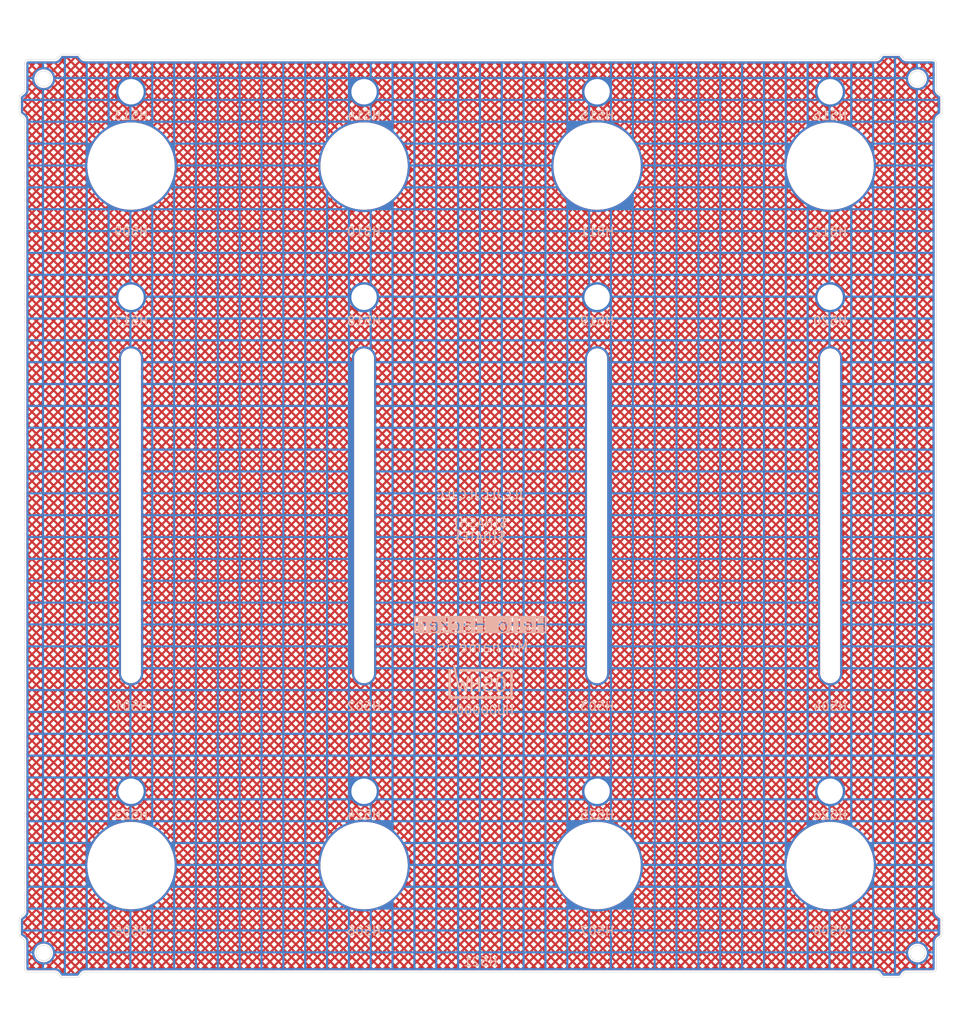
<source format=kicad_pcb>
(kicad_pcb (version 20241229) (generator "pcbnew") (generator_version "9.0")
  (layers (0 "F.Cu" signal) (2 "B.Cu" signal) (13 "F.Paste" user) (15 "B.Paste" user) (5 "F.SilkS" user "F.Silkscreen") (7 "B.SilkS" user "B.Silkscreen") (1 "F.Mask" user) (3 "B.Mask" user) (25 "Edge.Cuts" user))
  (net 0 "")
  (net 1 "GND")
  (footprint "suku_basics:FP_LED_TIGHT" (layer "F.Cu") (at 140.005 131.505)
    (property "Reference" "H526" (at 0 2.7 0) (layer "B.SilkS") (effects (justify mirror)))
    (property "Value" "LED")
    (pad "1" thru_hole circle (at 0 0 90) (size 3.1 3.1) (drill 2.9) (layers "*.Cu" "*.Mask") (net 1 "GND"))
  )
  (footprint "suku_basics:FP_LED_TIGHT" (layer "F.Cu") (at 113.335 131.505)
    (property "Reference" "H525" (at 0 2.7 0) (layer "B.SilkS") (effects (justify mirror)))
    (property "Value" "LED")
    (pad "1" thru_hole circle (at 0 0 90) (size 3.1 3.1) (drill 2.9) (layers "*.Cu" "*.Mask") (net 1 "GND"))
  )
  (footprint "suku_basics:FP_FADER" (layer "F.Cu") (at 86.665 100)
    (property "Reference" "H502" (at 0 21.8 0) (layer "B.SilkS") (effects (justify mirror)))
    (property "Value" "Fader")
    (pad "" np_thru_hole circle (at 0 0 90) (size 1.5 1.5) (drill oval 38.1 2.1) (layers "*.Cu" "*.Mask"))
  )
  (footprint "suku_basics:FP_LED_TIGHT" (layer "F.Cu") (at 113.335 51.495)
    (property "Reference" "H515" (at 0 2.7 0) (layer "B.SilkS") (effects (justify mirror)))
    (property "Value" "LED")
    (pad "1" thru_hole circle (at 0 0 90) (size 3.1 3.1) (drill 2.9) (layers "*.Cu" "*.Mask") (net 1 "GND"))
  )
  (footprint "suku_basics:FP_LED_TIGHT" (layer "F.Cu") (at 59.995 75)
    (property "Reference" "H517" (at 0 2.7 0) (layer "B.SilkS") (effects (justify mirror)))
    (property "Value" "LED")
    (pad "1" thru_hole circle (at 0 0 90) (size 3.1 3.1) (drill 2.9) (layers "*.Cu" "*.Mask") (net 1 "GND"))
  )
  (footprint "suku_basics:FP_LED_TIGHT" (layer "F.Cu") (at 59.995 51.495)
    (property "Reference" "H513" (at 0 2.7 0) (layer "B.SilkS") (effects (justify mirror)))
    (property "Value" "LED")
    (pad "1" thru_hole circle (at 0 0 90) (size 3.1 3.1) (drill 2.9) (layers "*.Cu" "*.Mask") (net 1 "GND"))
  )
  (footprint "suku_basics:FP_POTENTIOMETER" (layer "F.Cu") (at 86.665 140.005)
    (property "Reference" "H506" (at 0 7.5 0) (layer "B.SilkS") (effects (justify mirror)))
    (property "Value" "Button")
    (pad "" np_thru_hole circle (at 0 0 90) (size 1.5 1.5) (drill 9.8) (layers "*.Cu" "*.Mask"))
  )
  (footprint "suku_basics:FP_OUTLINE_2" (layer "F.Cu") (at 100 100)
    (property "Reference" "H521" (at 0 51 0) (layer "B.SilkS") (effects (justify mirror)))
    (property "Value" "Outline")
    (fp_line (start -52.799999 -46.000001) (end -52.799999 -47.999999) (stroke (width 0.05)) (layer "Edge.Cuts"))
    (fp_line (start -52.799999 46.000001) (end -52.799999 47.999999) (stroke (width 0.05)) (layer "Edge.Cuts"))
    (fp_line (start -52.391736 -48.337979) (end -52.52462 -48.23693) (stroke (width 0.05)) (layer "Edge.Cuts"))
    (fp_line (start -52.391736 -45.662021) (end -52.52462 -45.76307) (stroke (width 0.05)) (layer "Edge.Cuts"))
    (fp_line (start -52.391736 45.662021) (end -52.52462 45.76307) (stroke (width 0.05)) (layer "Edge.Cuts"))
    (fp_line (start -52.391736 48.337979) (end -52.52462 48.23693) (stroke (width 0.05)) (layer "Edge.Cuts"))
    (fp_line (start -52.175 -48.75) (end -52.175 -51.8) (stroke (width 0.05)) (layer "Edge.Cuts"))
    (fp_line (start -52.175 45.25) (end -52.175 -45.25) (stroke (width 0.05)) (layer "Edge.Cuts"))
    (fp_line (start -52.175 48.75) (end -52.175 51.8) (stroke (width 0.05)) (layer "Edge.Cuts"))
    (fp_line (start -48.75 -52.175) (end -51.8 -52.175) (stroke (width 0.05)) (layer "Edge.Cuts"))
    (fp_line (start -48.75 52.175) (end -51.8 52.175) (stroke (width 0.05)) (layer "Edge.Cuts"))
    (fp_line (start -48.337979 -52.391736) (end -48.23693 -52.52462) (stroke (width 0.05)) (layer "Edge.Cuts"))
    (fp_line (start -48.337979 52.391736) (end -48.23693 52.52462) (stroke (width 0.05)) (layer "Edge.Cuts"))
    (fp_line (start -46.000001 -52.799999) (end -47.999999 -52.799999) (stroke (width 0.05)) (layer "Edge.Cuts"))
    (fp_line (start -46.000001 52.799999) (end -47.999999 52.799999) (stroke (width 0.05)) (layer "Edge.Cuts"))
    (fp_line (start -45.662021 -52.391736) (end -45.76307 -52.52462) (stroke (width 0.05)) (layer "Edge.Cuts"))
    (fp_line (start -45.662021 52.391736) (end -45.76307 52.52462) (stroke (width 0.05)) (layer "Edge.Cuts"))
    (fp_line (start -45.25 -52.175) (end 45.25 -52.175) (stroke (width 0.05)) (layer "Edge.Cuts"))
    (fp_line (start 45.25 52.175) (end -45.25 52.175) (stroke (width 0.05)) (layer "Edge.Cuts"))
    (fp_line (start 45.662021 -52.391736) (end 45.76307 -52.52462) (stroke (width 0.05)) (layer "Edge.Cuts"))
    (fp_line (start 45.662021 52.391736) (end 45.76307 52.52462) (stroke (width 0.05)) (layer "Edge.Cuts"))
    (fp_line (start 46.000001 -52.799999) (end 47.999999 -52.799999) (stroke (width 0.05)) (layer "Edge.Cuts"))
    (fp_line (start 46.000001 52.799999) (end 47.999999 52.799999) (stroke (width 0.05)) (layer "Edge.Cuts"))
    (fp_line (start 48.337979 -52.391736) (end 48.23693 -52.52462) (stroke (width 0.05)) (layer "Edge.Cuts"))
    (fp_line (start 48.337979 52.391736) (end 48.23693 52.52462) (stroke (width 0.05)) (layer "Edge.Cuts"))
    (fp_line (start 48.75 -52.175) (end 51.8 -52.175) (stroke (width 0.05)) (layer "Edge.Cuts"))
    (fp_line (start 48.75 52.175) (end 51.8 52.175) (stroke (width 0.05)) (layer "Edge.Cuts"))
    (fp_line (start 52.175 -48.75) (end 52.175 -51.8) (stroke (width 0.05)) (layer "Edge.Cuts"))
    (fp_line (start 52.175 -45.25) (end 52.175 45.25) (stroke (width 0.05)) (layer "Edge.Cuts"))
    (fp_line (start 52.175 48.75) (end 52.175 51.8) (stroke (width 0.05)) (layer "Edge.Cuts"))
    (fp_line (start 52.391736 -48.337979) (end 52.52462 -48.23693) (stroke (width 0.05)) (layer "Edge.Cuts"))
    (fp_line (start 52.391736 -45.662021) (end 52.52462 -45.76307) (stroke (width 0.05)) (layer "Edge.Cuts"))
    (fp_line (start 52.391736 45.662021) (end 52.52462 45.76307) (stroke (width 0.05)) (layer "Edge.Cuts"))
    (fp_line (start 52.391736 48.337979) (end 52.52462 48.23693) (stroke (width 0.05)) (layer "Edge.Cuts"))
    (fp_line (start 52.799999 -46.000001) (end 52.799999 -47.999999) (stroke (width 0.05)) (layer "Edge.Cuts"))
    (fp_line (start 52.799999 46.000001) (end 52.799999 47.999999) (stroke (width 0.05)) (layer "Edge.Cuts"))
    (fp_arc (start -52.799999 -47.999999) (mid -52.669574 -48.126908) (end -52.52462 -48.23693) (stroke (width 0.05)) (layer "Edge.Cuts"))
    (fp_arc (start -52.799999 46.000001) (mid -52.669574 45.873092) (end -52.52462 45.76307) (stroke (width 0.05)) (layer "Edge.Cuts"))
    (fp_arc (start -52.52462 -45.76307) (mid -52.669574 -45.873092) (end -52.799999 -46.000001) (stroke (width 0.05)) (layer "Edge.Cuts"))
    (fp_arc (start -52.52462 48.23693) (mid -52.669574 48.126908) (end -52.799999 47.999999) (stroke (width 0.05)) (layer "Edge.Cuts"))
    (fp_arc (start -52.391736 -45.662021) (mid -52.232489 -45.482774) (end -52.175 -45.25) (stroke (width 0.05)) (layer "Edge.Cuts"))
    (fp_arc (start -52.391736 48.337979) (mid -52.232489 48.517226) (end -52.175 48.75) (stroke (width 0.05)) (layer "Edge.Cuts"))
    (fp_arc (start -52.175 -51.8) (mid -52.065165 -52.065165) (end -51.8 -52.175) (stroke (width 0.05)) (layer "Edge.Cuts"))
    (fp_arc (start -52.175 -48.75) (mid -52.232489 -48.517226) (end -52.391736 -48.337979) (stroke (width 0.05)) (layer "Edge.Cuts"))
    (fp_arc (start -52.175 45.25) (mid -52.232489 45.482774) (end -52.391736 45.662021) (stroke (width 0.05)) (layer "Edge.Cuts"))
    (fp_arc (start -51.8 52.175) (mid -52.065165 52.065165) (end -52.175 51.8) (stroke (width 0.05)) (layer "Edge.Cuts"))
    (fp_arc (start -48.75 52.175) (mid -48.517226 52.232489) (end -48.337979 52.391736) (stroke (width 0.05)) (layer "Edge.Cuts"))
    (fp_arc (start -48.337979 -52.391736) (mid -48.517226 -52.232489) (end -48.75 -52.175) (stroke (width 0.05)) (layer "Edge.Cuts"))
    (fp_arc (start -48.23693 -52.52462) (mid -48.126908 -52.669574) (end -47.999999 -52.799999) (stroke (width 0.05)) (layer "Edge.Cuts"))
    (fp_arc (start -47.999999 52.799999) (mid -48.126908 52.669574) (end -48.23693 52.52462) (stroke (width 0.05)) (layer "Edge.Cuts"))
    (fp_arc (start -46.000001 -52.799999) (mid -45.873092 -52.669574) (end -45.76307 -52.52462) (stroke (width 0.05)) (layer "Edge.Cuts"))
    (fp_arc (start -45.76307 52.52462) (mid -45.873092 52.669574) (end -46.000001 52.799999) (stroke (width 0.05)) (layer "Edge.Cuts"))
    (fp_arc (start -45.662021 52.391736) (mid -45.482774 52.232489) (end -45.25 52.175) (stroke (width 0.05)) (layer "Edge.Cuts"))
    (fp_arc (start -45.25 -52.175) (mid -45.482774 -52.232489) (end -45.662021 -52.391736) (stroke (width 0.05)) (layer "Edge.Cuts"))
    (fp_arc (start 45.25 52.175) (mid 45.482775 52.232489) (end 45.662021 52.391736) (stroke (width 0.05)) (layer "Edge.Cuts"))
    (fp_arc (start 45.662021 -52.391736) (mid 45.482774 -52.232489) (end 45.25 -52.175) (stroke (width 0.05)) (layer "Edge.Cuts"))
    (fp_arc (start 45.76307 -52.52462) (mid 45.873092 -52.669574) (end 46.000001 -52.799999) (stroke (width 0.05)) (layer "Edge.Cuts"))
    (fp_arc (start 46.000001 52.799999) (mid 45.873092 52.669574) (end 45.76307 52.52462) (stroke (width 0.05)) (layer "Edge.Cuts"))
    (fp_arc (start 47.999999 -52.799999) (mid 48.126908 -52.669574) (end 48.23693 -52.52462) (stroke (width 0.05)) (layer "Edge.Cuts"))
    (fp_arc (start 48.23693 52.52462) (mid 48.126908 52.669574) (end 47.999999 52.799999) (stroke (width 0.05)) (layer "Edge.Cuts"))
    (fp_arc (start 48.337979 52.391736) (mid 48.517226 52.232489) (end 48.75 52.175) (stroke (width 0.05)) (layer "Edge.Cuts"))
    (fp_arc (start 48.75 -52.175) (mid 48.517225 -52.232489) (end 48.337979 -52.391736) (stroke (width 0.05)) (layer "Edge.Cuts"))
    (fp_arc (start 51.8 -52.175) (mid 52.065165 -52.065165) (end 52.175 -51.8) (stroke (width 0.05)) (layer "Edge.Cuts"))
    (fp_arc (start 52.175 -45.25) (mid 52.232489 -45.482775) (end 52.391736 -45.662021) (stroke (width 0.05)) (layer "Edge.Cuts"))
    (fp_arc (start 52.175 48.75) (mid 52.232489 48.517225) (end 52.391736 48.337979) (stroke (width 0.05)) (layer "Edge.Cuts"))
    (fp_arc (start 52.175 51.8) (mid 52.065165 52.065165) (end 51.8 52.175) (stroke (width 0.05)) (layer "Edge.Cuts"))
    (fp_arc (start 52.391736 -48.337979) (mid 52.232489 -48.517226) (end 52.175 -48.75) (stroke (width 0.05)) (layer "Edge.Cuts"))
    (fp_arc (start 52.391736 45.662021) (mid 52.232489 45.482774) (end 52.175 45.25) (stroke (width 0.05)) (layer "Edge.Cuts"))
    (fp_arc (start 52.52462 -48.23693) (mid 52.669574 -48.126908) (end 52.799999 -47.999999) (stroke (width 0.05)) (layer "Edge.Cuts"))
    (fp_arc (start 52.52462 45.76307) (mid 52.669574 45.873092) (end 52.799999 46.000001) (stroke (width 0.05)) (layer "Edge.Cuts"))
    (fp_arc (start 52.799999 -46.000001) (mid 52.669574 -45.873092) (end 52.52462 -45.76307) (stroke (width 0.05)) (layer "Edge.Cuts"))
    (fp_arc (start 52.799999 47.999999) (mid 52.669574 48.126908) (end 52.52462 48.23693) (stroke (width 0.05)) (layer "Edge.Cuts"))
    (fp_circle (center -50 -50) (end -49.125 -50) (stroke (width 0.05)) (fill no) (layer "Edge.Cuts"))
    (fp_circle (center -50 50) (end -49.125 50) (stroke (width 0.05)) (fill no) (layer "Edge.Cuts"))
    (fp_circle (center 50 -50) (end 50.875 -50) (stroke (width 0.05)) (fill no) (layer "Edge.Cuts"))
    (fp_circle (center 50 50) (end 50.875 50) (stroke (width 0.05)) (fill no) (layer "Edge.Cuts"))
  )
  (footprint "suku_basics:FP_POTENTIOMETER" (layer "F.Cu") (at 59.995 59.995)
    (property "Reference" "H509" (at 0 7.5 0) (layer "B.SilkS") (effects (justify mirror)))
    (property "Value" "Potentiometer")
    (pad "" np_thru_hole circle (at 0 0 90) (size 1.5 1.5) (drill 9.8) (layers "*.Cu" "*.Mask"))
  )
  (footprint "suku_basics:FP_LED_TIGHT" (layer "F.Cu") (at 86.665 131.505)
    (property "Reference" "H524" (at 0 2.7 0) (layer "B.SilkS") (effects (justify mirror)))
    (property "Value" "LED")
    (pad "1" thru_hole circle (at 0 0 90) (size 3.1 3.1) (drill 2.9) (layers "*.Cu" "*.Mask") (net 1 "GND"))
  )
  (footprint "suku_basics:FP_POTENTIOMETER" (layer "F.Cu") (at 113.335 140.005)
    (property "Reference" "H507" (at 0 7.5 0) (layer "B.SilkS") (effects (justify mirror)))
    (property "Value" "Button")
    (pad "" np_thru_hole circle (at 0 0 90) (size 1.5 1.5) (drill 9.8) (layers "*.Cu" "*.Mask"))
  )
  (footprint "suku_basics:FP_LED_TIGHT" (layer "F.Cu") (at 140.005 75)
    (property "Reference" "H520" (at 0 2.7 0) (layer "B.SilkS") (effects (justify mirror)))
    (property "Value" "LED")
    (pad "1" thru_hole circle (at 0 0 90) (size 3.1 3.1) (drill 2.9) (layers "*.Cu" "*.Mask") (net 1 "GND"))
  )
  (footprint "suku_basics:FP_POTENTIOMETER" (layer "F.Cu") (at 59.995 140.005)
    (property "Reference" "H505" (at 0 7.5 0) (layer "B.SilkS") (effects (justify mirror)))
    (property "Value" "Button")
    (pad "" np_thru_hole circle (at 0 0 90) (size 1.5 1.5) (drill 9.8) (layers "*.Cu" "*.Mask"))
  )
  (footprint "suku_basics:FP_POTENTIOMETER" (layer "F.Cu") (at 86.665 59.995)
    (property "Reference" "H510" (at 0 7.5 0) (layer "B.SilkS") (effects (justify mirror)))
    (property "Value" "Potentiometer")
    (pad "" np_thru_hole circle (at 0 0 90) (size 1.5 1.5) (drill 9.8) (layers "*.Cu" "*.Mask"))
  )
  (footprint "suku_basics:FP_LED_TIGHT" (layer "F.Cu") (at 86.665 75)
    (property "Reference" "H518" (at 0 2.7 0) (layer "B.SilkS") (effects (justify mirror)))
    (property "Value" "LED")
    (pad "1" thru_hole circle (at 0 0 90) (size 3.1 3.1) (drill 2.9) (layers "*.Cu" "*.Mask") (net 1 "GND"))
  )
  (footprint "suku_basics:FP_LED_TIGHT" (layer "F.Cu") (at 59.995 131.505)
    (property "Reference" "H523" (at 0 2.7 0) (layer "B.SilkS") (effects (justify mirror)))
    (property "Value" "LED")
    (pad "1" thru_hole circle (at 0 0 90) (size 3.1 3.1) (drill 2.9) (layers "*.Cu" "*.Mask") (net 1 "GND"))
  )
  (footprint "suku_basics:FP_FADER" (layer "F.Cu") (at 59.995 100)
    (property "Reference" "H501" (at 0 21.8 0) (layer "B.SilkS") (effects (justify mirror)))
    (property "Value" "Fader")
    (pad "" np_thru_hole circle (at 0 0 90) (size 1.5 1.5) (drill oval 38.1 2.1) (layers "*.Cu" "*.Mask"))
  )
  (footprint "suku_basics:FP_POTENTIOMETER" (layer "F.Cu") (at 113.335 59.995)
    (property "Reference" "H511" (at 0 7.5 0) (layer "B.SilkS") (effects (justify mirror)))
    (property "Value" "Potentiometer")
    (pad "" np_thru_hole circle (at 0 0 90) (size 1.5 1.5) (drill 9.8) (layers "*.Cu" "*.Mask"))
  )
  (footprint "suku_basics:FP_POTENTIOMETER" (layer "F.Cu") (at 140.005 140.005)
    (property "Reference" "H508" (at 0 7.5 0) (layer "B.SilkS") (effects (justify mirror)))
    (property "Value" "Button")
    (pad "" np_thru_hole circle (at 0 0 90) (size 1.5 1.5) (drill 9.8) (layers "*.Cu" "*.Mask"))
  )
  (footprint "suku_basics:FP_LED_TIGHT" (layer "F.Cu") (at 86.665 51.495)
    (property "Reference" "H514" (at 0 2.7 0) (layer "B.SilkS") (effects (justify mirror)))
    (property "Value" "LED")
    (pad "1" thru_hole circle (at 0 0 90) (size 3.1 3.1) (drill 2.9) (layers "*.Cu" "*.Mask") (net 1 "GND"))
  )
  (footprint "suku_basics:FP_FADER" (layer "F.Cu") (at 140.005 100)
    (property "Reference" "H504" (at 0 21.8 0) (layer "B.SilkS") (effects (justify mirror)))
    (property "Value" "Fader")
    (pad "" np_thru_hole circle (at 0 0 90) (size 1.5 1.5) (drill oval 38.1 2.1) (layers "*.Cu" "*.Mask"))
  )
  (footprint "suku_basics:FP_POTENTIOMETER" (layer "F.Cu") (at 140.005 59.995)
    (property "Reference" "H512" (at 0 7.5 0) (layer "B.SilkS") (effects (justify mirror)))
    (property "Value" "Potentiometer")
    (pad "" np_thru_hole circle (at 0 0 90) (size 1.5 1.5) (drill 9.8) (layers "*.Cu" "*.Mask"))
  )
  (footprint "suku_basics:FP_LED_TIGHT" (layer "F.Cu") (at 113.335 75)
    (property "Reference" "H519" (at 0 2.7 0) (layer "B.SilkS") (effects (justify mirror)))
    (property "Value" "LED")
    (pad "1" thru_hole circle (at 0 0 90) (size 3.1 3.1) (drill 2.9) (layers "*.Cu" "*.Mask") (net 1 "GND"))
  )
  (footprint "suku_basics:FP_FADER" (layer "F.Cu") (at 113.335 100)
    (property "Reference" "H503" (at 0 21.8 0) (layer "B.SilkS") (effects (justify mirror)))
    (property "Value" "Fader")
    (pad "" np_thru_hole circle (at 0 0 90) (size 1.5 1.5) (drill oval 38.1 2.1) (layers "*.Cu" "*.Mask"))
  )
  (footprint "suku_basics:FP_LED_TIGHT" (layer "F.Cu") (at 140.005 51.495)
    (property "Reference" "H516" (at 0 2.7 0) (layer "B.SilkS") (effects (justify mirror)))
    (property "Value" "LED")
    (pad "1" thru_hole circle (at 0 0 90) (size 3.1 3.1) (drill 2.9) (layers "*.Cu" "*.Mask") (net 1 "GND"))
  )
  (footprint "suku_basics:OSHWA" (layer "B.Cu") (at 100 120 180)
    (property "Reference" "H522" (hide yes))
    (property "Value" "Outline" (hide yes))
    (fp_poly (pts (xy 3.689316 -0.925456) (xy -3.689315 -0.925456) (xy -3.689315 2.488724) (xy 2.37617 2.488724) (xy 2.37617 2.176071) (xy -3.389168 2.176071) (xy -3.389168 -0.625308) (xy 3.389071 -0.625308) (xy 3.392246 0.928582) (xy 3.395421 2.482471) (xy 3.542369 2.485995) (xy 3.689316 2.489518)) (fill yes) (layer "B.SilkS"))
    (fp_poly (pts (xy 0.146948 1.623126) (xy 0.268883 1.619547) (xy 0.275519 0.900443) (xy 0.91295 0.900443) (xy 0.91295 1.6258) (xy 1.150567 1.6258) (xy 1.150567 -0.125062) (xy 0.91295 -0.125062) (xy 0.91295 0.700344) (xy 0.275136 0.700344) (xy 0.275136 -0.125062) (xy 0.025013 -0.125062) (xy 0.025013 1.626706)) (fill yes) (layer "B.SilkS"))
    (fp_poly (pts (xy -3.526735 -2.088528) (xy -3.101526 -2.088528) (xy -3.101526 -1.613294) (xy -2.951452 -1.613294) (xy -2.951452 -2.763861) (xy -3.101038 -2.763861) (xy -3.104409 -2.491852) (xy -3.107779 -2.219843) (xy -3.526735 -2.212985) (xy -3.526735 -2.763861) (xy -3.689315 -2.763861) (xy -3.689315 -1.613294) (xy -3.526735 -1.613294)) (fill yes) (layer "B.SilkS"))
    (fp_poly (pts (xy 2.423363 -2.099022) (xy 2.455397 -2.12638) (xy 2.472875 -2.164417) (xy 2.473375 -2.206947) (xy 2.454476 -2.247785) (xy 2.445522 -2.25793) (xy 2.405042 -2.283341) (xy 2.360014 -2.288196) (xy 2.318075 -2.272398) (xy 2.303313 -2.259682) (xy 2.278977 -2.218539) (xy 2.275667 -2.175058) (xy 2.290781 -2.135108) (xy 2.321718 -2.104558) (xy 2.365875 -2.089276) (xy 2.379195 -2.088528)) (fill yes) (layer "B.SilkS"))
    (fp_poly (pts (xy 1.472895 -2.099022) (xy 1.504929 -2.12638) (xy 1.522407 -2.164417) (xy 1.522907 -2.206947) (xy 1.504008 -2.247785) (xy 1.495054 -2.25793) (xy 1.454575 -2.283341) (xy 1.409546 -2.288196) (xy 1.367607 -2.272398) (xy 1.352845 -2.259682) (xy 1.328509 -2.218539) (xy 1.325199 -2.175058) (xy 1.340313 -2.135108) (xy 1.37125 -2.104558) (xy 1.415407 -2.089276) (xy 1.428727 -2.088528)) (fill yes) (layer "B.SilkS"))
    (fp_poly (pts (xy 0.522427 -2.099022) (xy 0.554461 -2.12638) (xy 0.571939 -2.164417) (xy 0.57244 -2.206947) (xy 0.55354 -2.247785) (xy 0.544587 -2.25793) (xy 0.504107 -2.283341) (xy 0.459078 -2.288196) (xy 0.417139 -2.272398) (xy 0.402377 -2.259682) (xy 0.378041 -2.218539) (xy 0.374731 -2.175058) (xy 0.389846 -2.135108) (xy 0.420782 -2.104558) (xy 0.464939 -2.089276) (xy 0.478259 -2.088528)) (fill yes) (layer "B.SilkS"))
    (fp_poly (pts (xy -0.428041 -2.099022) (xy -0.396007 -2.12638) (xy -0.378529 -2.164417) (xy -0.378028 -2.206947) (xy -0.396927 -2.247785) (xy -0.405881 -2.25793) (xy -0.446361 -2.283341) (xy -0.491389 -2.288196) (xy -0.533328 -2.272398) (xy -0.54809 -2.259682) (xy -0.572426 -2.218539) (xy -0.575736 -2.175058) (xy -0.560622 -2.135108) (xy -0.529686 -2.104558) (xy -0.485529 -2.089276) (xy -0.472209 -2.088528)) (fill yes) (layer "B.SilkS"))
    (fp_poly (pts (xy -1.366002 -2.099022) (xy -1.333968 -2.12638) (xy -1.31649 -2.164417) (xy -1.31599 -2.206947) (xy -1.334889 -2.247785) (xy -1.343843 -2.25793) (xy -1.384322 -2.283341) (xy -1.429351 -2.288196) (xy -1.47129 -2.272398) (xy -1.486052 -2.259682) (xy -1.510388 -2.218539) (xy -1.513698 -2.175058) (xy -1.498584 -2.135108) (xy -1.467647 -2.104558) (xy -1.42349 -2.089276) (xy -1.41017 -2.088528)) (fill yes) (layer "B.SilkS"))
    (fp_poly (pts (xy 3.439193 -2.626293) (xy 3.67681 -2.626293) (xy 3.67681 -2.763861) (xy 3.037689 -2.763861) (xy 3.041469 -2.698203) (xy 3.045249 -2.632546) (xy 3.167184 -2.628966) (xy 3.289119 -2.625387) (xy 3.289119 -2.194378) (xy 3.288777 -2.074495) (xy 3.287778 -1.971946) (xy 3.286163 -1.888188) (xy 3.283972 -1.824679) (xy 3.281247 -1.782877) (xy 3.278027 -1.76424) (xy 3.277097 -1.763368) (xy 3.260168 -1.766055) (xy 3.225245 -1.773232) (xy 3.178662 -1.78357) (xy 3.157804 -1.78838) (xy 3.108191 -1.799632) (xy 3.067562 -1.808258) (xy 3.042296 -1.81293) (xy 3.037888 -1.813393) (xy 3.031169 -1.801857) (xy 3.028386 -1.770697) (xy 3.028992 -1.742407) (xy 3.032743 -1.671421) (xy 3.157804 -1.642959) (xy 3.221273 -1.630301) (xy 3.285815 -1.620393) (xy 3.341191 -1.614699) (xy 3.361029 -1.613896) (xy 3.439193 -1.613294)) (fill yes) (layer "B.SilkS"))
    (fp_poly (pts (xy -2.561065 -2.0883) (xy -2.557508 -2.563306) (xy -2.519948 -2.600854) (xy -2.471266 -2.633373) (xy -2.409462 -2.651483) (xy -2.342226 -2.654652) (xy -2.277249 -2.642346) (xy -2.231814 -2.62084) (xy -2.214905 -2.608756) (xy -2.201041 -2.59515) (xy -2.189922 -2.577563) (xy -2.181246 -2.553532) (xy -2.17471 -2.520598) (xy -2.170015 -2.4763) (xy -2.166857 -2.418177) (xy -2.164936 -2.343768) (xy -2.16395 -2.250614) (xy -2.163598 -2.136253) (xy -2.163564 -2.063918) (xy -2.163564 -1.613294) (xy -1.998864 -1.613294) (xy -2.004222 -2.072895) (xy -2.006032 -2.205355) (xy -2.008145 -2.314667) (xy -2.01064 -2.402695) (xy -2.0136 -2.471303) (xy -2.017104 -2.522353) (xy -2.021235 -2.557709) (xy -2.026072 -2.579236) (xy -2.026235 -2.579707) (xy -2.061961 -2.646483) (xy -2.11637 -2.704712) (xy -2.18322 -2.74789) (xy -2.191159 -2.751482) (xy -2.248615 -2.76959) (xy -2.317403 -2.781305) (xy -2.387483 -2.785695) (xy -2.448813 -2.781827) (xy -2.469965 -2.7774) (xy -2.559864 -2.741802) (xy -2.631084 -2.690092) (xy -2.68309 -2.622692) (xy -2.694035 -2.60128) (xy -2.700795 -2.585557) (xy -2.706311 -2.568715) (xy -2.710737 -2.548089) (xy -2.714227 -2.52101) (xy -2.716934 -2.484812) (xy -2.719011 -2.436829) (xy -2.720611 -2.374392) (xy -2.721887 -2.294836) (xy -2.722993 -2.195492) (xy -2.724036 -2.079149) (xy -2.727983 -1.613294) (xy -2.564621 -1.613294)) (fill yes) (layer "B.SilkS"))
    (fp_poly (pts (xy 2.479267 -1.612912) (xy 2.544266 -1.637705) (xy 2.599169 -1.679949) (xy 2.633148 -1.719274) (xy 2.674326 -1.78977) (xy 2.706844 -1.879346) (xy 2.730172 -1.983428) (xy 2.743778 -2.09744) (xy 2.74713 -2.216809) (xy 2.739698 -2.336958) (xy 2.720951 -2.453315) (xy 2.719279 -2.460853) (xy 2.685784 -2.566283) (xy 2.637453 -2.652461) (xy 2.574704 -2.718771) (xy 2.520358 -2.754112) (xy 2.462001 -2.774198) (xy 2.391637 -2.783817) (xy 2.320306 -2.782224) (xy 2.266388 -2.771248) (xy 2.190068 -2.734152) (xy 2.12676 -2.676662) (xy 2.07604 -2.598241) (xy 2.037481 -2.498348) (xy 2.029936 -2.47091) (xy 2.018323 -2.407332) (xy 2.010576 -2.326836) (xy 2.006695 -2.23636) (xy 2.006682 -2.144806) (xy 2.167182 -2.144806) (xy 2.16743 -2.28475) (xy 2.177721 -2.402029) (xy 2.198129 -2.496918) (xy 2.228728 -2.569692) (xy 2.269592 -2.620626) (xy 2.3012 -2.641906) (xy 2.354246 -2.66084) (xy 2.403413 -2.659264) (xy 2.446617 -2.643425) (xy 2.48408 -2.616016) (xy 2.516627 -2.575561) (xy 2.519016 -2.571514) (xy 2.542248 -2.52449) (xy 2.559405 -2.473242) (xy 2.57121 -2.413306) (xy 2.578386 -2.340213) (xy 2.581657 -2.249498) (xy 2.58204 -2.182324) (xy 2.579984 -2.074424) (xy 2.573824 -1.987609) (xy 2.562709 -1.918165) (xy 2.545787 -1.862378) (xy 2.522209 -1.816533) (xy 2.491124 -1.776917) (xy 2.488534 -1.774164) (xy 2.458625 -1.745356) (xy 2.432972 -1.73103) (xy 2.400092 -1.726228) (xy 2.376635 -1.72585) (xy 2.335154 -1.727808) (xy 2.306456 -1.736951) (xy 2.278799 -1.75818) (xy 2.263454 -1.773092) (xy 2.232664 -1.809168) (xy 2.20913 -1.850513) (xy 2.19183 -1.901075) (xy 2.179739 -1.964803) (xy 2.171835 -2.045647) (xy 2.167182 -2.144806) (xy 2.006682 -2.144806) (xy 2.006682 -2.142843) (xy 2.010537 -2.053224) (xy 2.018263 -1.97444) (xy 2.029855 -1.913442) (xy 2.059663 -1.823267) (xy 2.096259 -1.751266) (xy 2.143074 -1.690827) (xy 2.148311 -1.685308) (xy 2.199716 -1.642072) (xy 2.257261 -1.615278) (xy 2.326695 -1.60302) (xy 2.398093 -1.602551)) (fill yes) (layer "B.SilkS"))
    (fp_poly (pts (xy 1.528799 -1.612912) (xy 1.593798 -1.637705) (xy 1.648701 -1.679949) (xy 1.68268 -1.719274) (xy 1.723858 -1.78977) (xy 1.756376 -1.879346) (xy 1.779704 -1.983428) (xy 1.79331 -2.09744) (xy 1.796663 -2.216809) (xy 1.789231 -2.336958) (xy 1.770483 -2.453315) (xy 1.768811 -2.460853) (xy 1.735316 -2.566283) (xy 1.686986 -2.652461) (xy 1.624236 -2.718771) (xy 1.569891 -2.754112) (xy 1.511533 -2.774198) (xy 1.44117 -2.783817) (xy 1.369838 -2.782224) (xy 1.31592 -2.771248) (xy 1.239601 -2.734152) (xy 1.176293 -2.676662) (xy 1.125572 -2.598241) (xy 1.087013 -2.498348) (xy 1.079469 -2.47091) (xy 1.067856 -2.407332) (xy 1.060108 -2.326836) (xy 1.056227 -2.23636) (xy 1.056214 -2.144806) (xy 1.216714 -2.144806) (xy 1.216962 -2.28475) (xy 1.227253 -2.402029) (xy 1.247661 -2.496918) (xy 1.27826 -2.569692) (xy 1.319124 -2.620626) (xy 1.350732 -2.641906) (xy 1.403779 -2.66084) (xy 1.452946 -2.659264) (xy 1.496149 -2.643425) (xy 1.533612 -2.616016) (xy 1.566159 -2.575561) (xy 1.568548 -2.571514) (xy 1.59178 -2.52449) (xy 1.608937 -2.473242) (xy 1.620742 -2.413306) (xy 1.627918 -2.340213) (xy 1.631189 -2.249498) (xy 1.631572 -2.182324) (xy 1.629516 -2.074424) (xy 1.623356 -1.987609) (xy 1.612241 -1.918165) (xy 1.59532 -1.862378) (xy 1.571742 -1.816533) (xy 1.540656 -1.776917) (xy 1.538066 -1.774164) (xy 1.508157 -1.745356) (xy 1.482504 -1.73103) (xy 1.449624 -1.726228) (xy 1.426167 -1.72585) (xy 1.384686 -1.727808) (xy 1.355988 -1.736951) (xy 1.328331 -1.75818) (xy 1.312986 -1.773092) (xy 1.282196 -1.809168) (xy 1.258663 -1.850513) (xy 1.241362 -1.901075) (xy 1.229271 -1.964803) (xy 1.221368 -2.045647) (xy 1.216714 -2.144806) (xy 1.056214 -2.144806) (xy 1.056214 -2.142843) (xy 1.06007 -2.053224) (xy 1.067795 -1.97444) (xy 1.079387 -1.913442) (xy 1.109196 -1.823267) (xy 1.145791 -1.751266) (xy 1.192606 -1.690827) (xy 1.197843 -1.685308) (xy 1.249248 -1.642072) (xy 1.306793 -1.615278) (xy 1.376227 -1.60302) (xy 1.447625 -1.602551)) (fill yes) (layer "B.SilkS"))
    (fp_poly (pts (xy 0.578332 -1.612912) (xy 0.64333 -1.637705) (xy 0.698234 -1.679949) (xy 0.732212 -1.719274) (xy 0.77339 -1.78977) (xy 0.805908 -1.879346) (xy 0.829236 -1.983428) (xy 0.842842 -2.09744) (xy 0.846195 -2.216809) (xy 0.838763 -2.336958) (xy 0.820015 -2.453315) (xy 0.818343 -2.460853) (xy 0.784848 -2.566283) (xy 0.736518 -2.652461) (xy 0.673769 -2.718771) (xy 0.619423 -2.754112) (xy 0.561066 -2.774198) (xy 0.490702 -2.783817) (xy 0.41937 -2.782224) (xy 0.365453 -2.771248) (xy 0.289133 -2.734152) (xy 0.225825 -2.676662) (xy 0.175104 -2.598241) (xy 0.136546 -2.498348) (xy 0.129001 -2.47091) (xy 0.117388 -2.407332) (xy 0.10964 -2.326836) (xy 0.10576 -2.23636) (xy 0.105746 -2.144806) (xy 0.266246 -2.144806) (xy 0.266494 -2.28475) (xy 0.276785 -2.402029) (xy 0.297193 -2.496918) (xy 0.327792 -2.569692) (xy 0.368656 -2.620626) (xy 0.400264 -2.641906) (xy 0.453311 -2.66084) (xy 0.502478 -2.659264) (xy 0.545681 -2.643425) (xy 0.583144 -2.616016) (xy 0.615692 -2.575561) (xy 0.61808 -2.571514) (xy 0.641313 -2.52449) (xy 0.65847 -2.473242) (xy 0.670275 -2.413306) (xy 0.677451 -2.340213) (xy 0.680721 -2.249498) (xy 0.681105 -2.182324) (xy 0.679048 -2.074424) (xy 0.672888 -1.987609) (xy 0.661773 -1.918165) (xy 0.644852 -1.862378) (xy 0.621274 -1.816533) (xy 0.590188 -1.776917) (xy 0.587598 -1.774164) (xy 0.557689 -1.745356) (xy 0.532036 -1.73103) (xy 0.499156 -1.726228) (xy 0.475699 -1.72585) (xy 0.434218 -1.727808) (xy 0.40552 -1.736951) (xy 0.377863 -1.75818) (xy 0.362518 -1.773092) (xy 0.331729 -1.809168) (xy 0.308195 -1.850513) (xy 0.290894 -1.901075) (xy 0.278803 -1.964803) (xy 0.2709 -2.045647) (xy 0.266246 -2.144806) (xy 0.105746 -2.144806) (xy 0.105746 -2.142843) (xy 0.109602 -2.053224) (xy 0.117327 -1.97444) (xy 0.12892 -1.913442) (xy 0.158728 -1.823267) (xy 0.195323 -1.751266) (xy 0.242139 -1.690827) (xy 0.247376 -1.685308) (xy 0.29878 -1.642072) (xy 0.356326 -1.615278) (xy 0.42576 -1.60302) (xy 0.497157 -1.602551)) (fill yes) (layer "B.SilkS"))
    (fp_poly (pts (xy -0.372136 -1.612912) (xy -0.307138 -1.637705) (xy -0.252234 -1.679949) (xy -0.218255 -1.719274) (xy -0.177078 -1.78977) (xy -0.144559 -1.879346) (xy -0.121231 -1.983428) (xy -0.107626 -2.09744) (xy -0.104273 -2.216809) (xy -0.111705 -2.336958) (xy -0.130453 -2.453315) (xy -0.132124 -2.460853) (xy -0.165619 -2.566283) (xy -0.21395 -2.652461) (xy -0.276699 -2.718771) (xy -0.331045 -2.754112) (xy -0.389402 -2.774198) (xy -0.459766 -2.783817) (xy -0.531098 -2.782224) (xy -0.585015 -2.771248) (xy -0.661335 -2.734152) (xy -0.724643 -2.676662) (xy -0.775364 -2.598241) (xy -0.813922 -2.498348) (xy -0.821467 -2.47091) (xy -0.83308 -2.407332) (xy -0.840827 -2.326836) (xy -0.844708 -2.23636) (xy -0.844721 -2.144806) (xy -0.684221 -2.144806) (xy -0.683973 -2.28475) (xy -0.673682 -2.402029) (xy -0.653275 -2.496918) (xy -0.622676 -2.569692) (xy -0.581811 -2.620626) (xy -0.550203 -2.641906) (xy -0.497157 -2.66084) (xy -0.44799 -2.659264) (xy -0.404787 -2.643425) (xy -0.367324 -2.616016) (xy -0.334776 -2.575561) (xy -0.332387 -2.571514) (xy -0.309155 -2.52449) (xy -0.291998 -2.473242) (xy -0.280193 -2.413306) (xy -0.273017 -2.340213) (xy -0.269746 -2.249498) (xy -0.269363 -2.182324) (xy -0.271419 -2.074424) (xy -0.27758 -1.987609) (xy -0.288695 -1.918165) (xy -0.305616 -1.862378) (xy -0.329194 -1.816533) (xy -0.36028 -1.776917) (xy -0.36287 -1.774164) (xy -0.392779 -1.745356) (xy -0.418432 -1.73103) (xy -0.451311 -1.726228) (xy -0.474768 -1.72585) (xy -0.51625 -1.727808) (xy -0.544947 -1.736951) (xy -0.572605 -1.75818) (xy -0.58795 -1.773092) (xy -0.618739 -1.809168) (xy -0.642273 -1.850513) (xy -0.659574 -1.901075) (xy -0.671664 -1.964803) (xy -0.679568 -2.045647) (xy -0.684221 -2.144806) (xy -0.844721 -2.144806) (xy -0.844721 -2.142843) (xy -0.840866 -2.053224) (xy -0.833141 -1.97444) (xy -0.821548 -1.913442) (xy -0.79174 -1.823267) (xy -0.755145 -1.751266) (xy -0.708329 -1.690827) (xy -0.703092 -1.685308) (xy -0.651688 -1.642072) (xy -0.594142 -1.615278) (xy -0.524708 -1.60302) (xy -0.453311 -1.602551)) (fill yes) (layer "B.SilkS"))
    (fp_poly (pts (xy -1.310098 -1.612912) (xy -1.245099 -1.637705) (xy -1.190196 -1.679949) (xy -1.156217 -1.719274) (xy -1.115039 -1.78977) (xy -1.082521 -1.879346) (xy -1.059193 -1.983428) (xy -1.045587 -2.09744) (xy -1.042234 -2.216809) (xy -1.049666 -2.336958) (xy -1.068414 -2.453315) (xy -1.070086 -2.460853) (xy -1.103581 -2.566283) (xy -1.151911 -2.652461) (xy -1.214661 -2.718771) (xy -1.269007 -2.754112) (xy -1.327364 -2.774198) (xy -1.397728 -2.783817) (xy -1.469059 -2.782224) (xy -1.522977 -2.771248) (xy -1.599296 -2.734152) (xy -1.662604 -2.676662) (xy -1.713325 -2.598241) (xy -1.751884 -2.498348) (xy -1.759429 -2.47091) (xy -1.771042 -2.407332) (xy -1.778789 -2.326836) (xy -1.78267 -2.23636) (xy -1.782683 -2.144806) (xy -1.622183 -2.144806) (xy -1.621935 -2.28475) (xy -1.611644 -2.402029) (xy -1.591236 -2.496918) (xy -1.560637 -2.569692) (xy -1.519773 -2.620626) (xy -1.488165 -2.641906) (xy -1.435118 -2.66084) (xy -1.385951 -2.659264) (xy -1.342748 -2.643425) (xy -1.305285 -2.616016) (xy -1.272738 -2.575561) (xy -1.270349 -2.571514) (xy -1.247117 -2.52449) (xy -1.22996 -2.473242) (xy -1.218155 -2.413306) (xy -1.210979 -2.340213) (xy -1.207708 -2.249498) (xy -1.207325 -2.182324) (xy -1.209381 -2.074424) (xy -1.215541 -1.987609) (xy -1.226656 -1.918165) (xy -1.243577 -1.862378) (xy -1.267155 -1.816533) (xy -1.298241 -1.776917) (xy -1.300831 -1.774164) (xy -1.33074 -1.745356) (xy -1.356393 -1.73103) (xy -1.389273 -1.726228) (xy -1.41273 -1.72585) (xy -1.454211 -1.727808) (xy -1.482909 -1.736951) (xy -1.510566 -1.75818) (xy -1.525911 -1.773092) (xy -1.556701 -1.809168) (xy -1.580234 -1.850513) (xy -1.597535 -1.901075) (xy -1.609626 -1.964803) (xy -1.617529 -2.045647) (xy -1.622183 -2.144806) (xy -1.782683 -2.144806) (xy -1.782683 -2.142843) (xy -1.778827 -2.053224) (xy -1.771102 -1.97444) (xy -1.75951 -1.913442) (xy -1.729702 -1.823267) (xy -1.693106 -1.751266) (xy -1.646291 -1.690827) (xy -1.641054 -1.685308) (xy -1.589649 -1.642072) (xy -1.532104 -1.615278) (xy -1.46267 -1.60302) (xy -1.391272 -1.602551)) (fill yes) (layer "B.SilkS"))
    (fp_poly (pts (xy -2.213686 1.648416) (xy -2.173361 1.642883) (xy -2.133448 1.632444) (xy -2.11365 1.62599) (xy -2.017135 1.582277) (xy -1.934897 1.520831) (xy -1.866124 1.440575) (xy -1.810003 1.340433) (xy -1.765721 1.219326) (xy -1.744681 1.136985) (xy -1.734923 1.07785) (xy -1.72692 0.999811) (xy -1.720855 0.908928) (xy -1.716911 0.811259) (xy -1.71527 0.712863) (xy -1.716115 0.6198) (xy -1.719627 0.538129) (xy -1.724944 0.481445) (xy -1.751517 0.331144) (xy -1.789241 0.202461) (xy -1.838715 0.094336) (xy -1.900537 0.005708) (xy -1.975305 -0.06448) (xy -2.062762 -0.116889) (xy -2.103525 -0.134659) (xy -2.139902 -0.14622) (xy -2.179949 -0.153159) (xy -2.231723 -0.157061) (xy -2.275366 -0.158715) (xy -2.345863 -0.159585) (xy -2.399351 -0.156676) (xy -2.443645 -0.149242) (xy -2.478265 -0.139354) (xy -2.571511 -0.098856) (xy -2.651292 -0.042823) (xy -2.718295 0.029968) (xy -2.773207 0.120739) (xy -2.816717 0.230714) (xy -2.849512 0.361114) (xy -2.872279 0.513163) (xy -2.877989 0.571523) (xy -2.884864 0.674628) (xy -2.885786 0.744116) (xy -2.629897 0.744116) (xy -2.627195 0.594409) (xy -2.618801 0.467089) (xy -2.604279 0.360089) (xy -2.583196 0.27134) (xy -2.555116 0.198778) (xy -2.519605 0.140333) (xy -2.497463 0.114208) (xy -2.463968 0.08401) (xy -2.42916 0.060012) (xy -2.419941 0.055293) (xy -2.371974 0.042609) (xy -2.310675 0.038337) (xy -2.24617 0.042214) (xy -2.188587 0.053976) (xy -2.167463 0.061848) (xy -2.110324 0.10024) (xy -2.062818 0.159403) (xy -2.024838 0.239747) (xy -1.996276 0.341685) (xy -1.977025 0.465628) (xy -1.966978 0.611987) (xy -1.96603 0.781173) (xy -1.967346 0.831659) (xy -1.974496 0.971762) (xy -1.986642 1.089396) (xy -2.00452 1.186737) (xy -2.02887 1.265962) (xy -2.06043 1.329249) (xy -2.099936 1.378775) (xy -2.148127 1.416718) (xy -2.169817 1.429044) (xy -2.234525 1.450351) (xy -2.308708 1.455453) (xy -2.382835 1.444401) (xy -2.428511 1.427606) (xy -2.481734 1.392782) (xy -2.526042 1.343307) (xy -2.561873 1.277702) (xy -2.589663 1.194486) (xy -2.609848 1.092179) (xy -2.622863 0.969303) (xy -2.629144 0.824376) (xy -2.629897 0.744116) (xy -2.885786 0.744116) (xy -2.886107 0.768282) (xy -2.881727 0.866448) (xy -2.878187 0.912678) (xy -2.859119 1.072373) (xy -2.830164 1.210136) (xy -2.790684 1.327272) (xy -2.740046 1.425088) (xy -2.677612 1.504888) (xy -2.602749 1.567978) (xy -2.542136 1.603131) (xy -2.502095 1.621588) (xy -2.466776 1.633727) (xy -2.42829 1.641206) (xy -2.378745 1.645687) (xy -2.328219 1.648133) (xy -2.262584 1.649885)) (fill yes) (layer "B.SilkS"))
    (fp_poly (pts (xy -0.796763 1.648341) (xy -0.685523 1.638002) (xy -0.57458 1.618762) (xy -0.47144 1.591483) (xy -0.422082 1.57389) (xy -0.406061 1.566635) (xy -0.395996 1.556809) (xy -0.390503 1.53914) (xy -0.388198 1.508358) (xy -0.387696 1.45919) (xy -0.38769 1.442943) (xy -0.388153 1.392245) (xy -0.389395 1.352573) (xy -0.391198 1.329392) (xy -0.392368 1.325652) (xy -0.404999 1.331227) (xy -0.432223 1.345495) (xy -0.453058 1.356958) (xy -0.554732 1.404587) (xy -0.659074 1.436678) (xy -0.76262 1.453345) (xy -0.86191 1.4547) (xy -0.95348 1.440857) (xy -1.033869 1.41193) (xy -1.099615 1.368032) (xy -1.130442 1.334753) (xy -1.166972 1.26703) (xy -1.183105 1.189889) (xy -1.177427 1.110201) (xy -1.177033 1.108409) (xy -1.163988 1.063883) (xy -1.144802 1.026727) (xy -1.116635 0.995185) (xy -1.076646 0.9675) (xy -1.021997 0.941913) (xy -0.949848 0.916667) (xy -0.857358 0.890006) (xy -0.799557 0.874812) (xy -0.729069 0.855592) (xy -0.661512 0.835202) (xy -0.603334 0.815723) (xy -0.560981 0.799233) (xy -0.551784 0.794908) (xy -0.457399 0.735184) (xy -0.384118 0.662245) (xy -0.331806 0.575839) (xy -0.300327 0.475715) (xy -0.289545 0.361621) (xy -0.290958 0.312654) (xy -0.307843 0.196094) (xy -0.343494 0.095994) (xy -0.397943 0.01233) (xy -0.47122 -0.054921) (xy -0.563355 -0.105784) (xy -0.674379 -0.140282) (xy -0.804323 -0.158439) (xy -0.900443 -0.161483) (xy -0.984703 -0.158051) (xy -1.070024 -0.149441) (xy -1.13806 -0.138049) (xy -1.198338 -0.123653) (xy -1.259779 -0.106575) (xy -1.310396 -0.090181) (xy -1.316272 -0.088005) (xy -1.388183 -0.060734) (xy -1.388183 0.063429) (xy -1.387687 0.115723) (xy -1.386352 0.157145) (xy -1.384404 0.182382) (xy -1.38289 0.187592) (xy -1.370172 0.182129) (xy -1.340939 0.167587) (xy -1.300705 0.146732) (xy -1.285967 0.138943) (xy -1.192068 0.093743) (xy -1.105928 0.063324) (xy -1.017843 0.044564) (xy -0.975878 0.039189) (xy -0.86929 0.035229) (xy -0.772107 0.046254) (xy -0.687556 0.071299) (xy -0.618865 0.109397) (xy -0.56926 0.159578) (xy -0.56797 0.161452) (xy -0.533797 0.231437) (xy -0.51833 0.308864) (xy -0.521301 0.387506) (xy -0.542443 0.461135) (xy -0.581487 0.523521) (xy -0.583649 0.525951) (xy -0.609695 0.551075) (xy -0.640923 0.57281) (xy -0.681021 0.592658) (xy -0.733674 0.612124) (xy -0.80257 0.632713) (xy -0.891395 0.655929) (xy -0.918913 0.662755) (xy -1.050387 0.699971) (xy -1.158673 0.741914) (xy -1.245375 0.790011) (xy -1.312098 0.845683) (xy -1.360446 0.910356) (xy -1.392023 0.985455) (xy -1.408435 1.072402) (xy -1.410535 1.09912) (xy -1.4061 1.216759) (xy -1.379547 1.324024) (xy -1.332234 1.419171) (xy -1.265518 1.500457) (xy -1.180757 1.566139) (xy -1.079309 1.614474) (xy -0.990106 1.638887) (xy -0.900793 1.648923)) (fill yes) (layer "B.SilkS"))
    (fp_poly (pts (xy 3.102426 2.926025) (xy 3.136692 2.92422) (xy 3.154538 2.920182) (xy 3.160258 2.913068) (xy 3.158976 2.904554) (xy 3.15551 2.889751) (xy 3.147085 2.85202) (xy 3.134032 2.79288) (xy 3.116683 2.713851) (xy 3.095368 2.616451) (xy 3.070419 2.5022) (xy 3.042167 2.372615) (xy 3.010944 2.229217) (xy 2.97708 2.073524) (xy 2.940907 1.907054) (xy 2.902756 1.731327) (xy 2.862958 1.547863) (xy 2.83241 1.406942) (xy 2.791579 1.218561) (xy 2.752145 1.036694) (xy 2.71444 0.86287) (xy 2.678796 0.698615) (xy 2.645545 0.545457) (xy 2.615018 0.404923) (xy 2.587548 0.27854) (xy 2.563467 0.167837) (xy 2.543106 0.07434) (xy 2.526798 -0.000424) (xy 2.514875 -0.054927) (xy 2.507668 -0.087641) (xy 2.505566 -0.096923) (xy 2.500685 -0.110204) (xy 2.490761 -0.118479) (xy 2.470723 -0.122922) (xy 2.435501 -0.124706) (xy 2.384194 -0.125006) (xy 2.269867 -0.124951) (xy 2.158632 0.36586) (xy 2.134167 0.473343) (xy 2.111178 0.573444) (xy 2.090296 0.66348) (xy 2.072154 0.740768) (xy 2.057382 0.802623) (xy 2.046613 0.846363) (xy 2.040477 0.869304) (xy 2.039552 0.871902) (xy 2.0352 0.863504) (xy 2.026061 0.83316) (xy 2.012753 0.783341) (xy 1.995895 0.716523) (xy 1.976107 0.635178) (xy 1.954007 0.54178) (xy 1.930215 0.438803) (xy 1.920631 0.396668) (xy 1.896245 0.289214) (xy 1.87343 0.189124) (xy 1.852808 0.099085) (xy 1.834997 0.021783) (xy 1.820618 -0.040094) (xy 1.81029 -0.083861) (xy 1.804634 -0.106831) (xy 1.803883 -0.109429) (xy 1.790649 -0.117883) (xy 1.757015 -0.122985) (xy 1.700958 -0.125004) (xy 1.686601 -0.125062) (xy 1.626286 -0.123691) (xy 1.58866 -0.119383) (xy 1.571536 -0.111845) (xy 1.570206 -0.109429) (xy 1.567599 -0.09467) (xy 1.561661 -0.057254) (xy 1.552709 0.000731) (xy 1.541057 0.077199) (xy 1.52702 0.170059) (xy 1.510913 0.277226) (xy 1.493053 0.396611) (xy 1.473753 0.526125) (xy 1.453329 0.663682) (xy 1.444195 0.725357) (xy 1.423286 0.86659) (xy 1.403322 1.001332) (xy 1.384628 1.127412) (xy 1.367524 1.242655) (xy 1.352335 1.344891) (xy 1.339382 1.431947) (xy 1.32899 1.50165) (xy 1.32148 1.551828) (xy 1.317176 1.580309) (xy 1.316421 1.585155) (xy 1.309874 1.6258) (xy 1.423328 1.6258) (xy 1.473932 1.624832) (xy 1.514231 1.622242) (xy 1.538299 1.618495) (xy 1.542347 1.61642) (xy 1.544815 1.602564) (xy 1.54987 1.566169) (xy 1.557226 1.509546) (xy 1.566598 1.435003) (xy 1.577701 1.34485) (xy 1.590248 1.241394) (xy 1.603954 1.126945) (xy 1.618534 1.003812) (xy 1.626268 0.937961) (xy 1.641232 0.81126) (xy 1.655556 0.692058) (xy 1.668946 0.582664) (xy 1.681106 0.485387) (xy 1.691743 0.402537) (xy 1.700562 0.336424) (xy 1.707269 0.289356) (xy 1.71157 0.263643) (xy 1.712746 0.25949) (xy 1.717087 0.269078) (xy 1.725857 0.300507) (xy 1.738432 0.351119) (xy 1.754188 0.41826) (xy 1.772503 0.499273) (xy 1.792752 0.591502) (xy 1.81403 0.690953) (xy 1.907189 1.131807) (xy 2.033915 1.135355) (xy 2.091233 1.1367) (xy 2.12833 1.136273) (xy 2.149983 1.133179) (xy 2.160967 1.126523) (xy 2.16606 1.115408) (xy 2.167325 1.110342) (xy 2.171428 1.091715) (xy 2.18008 1.051635) (xy 2.192635 0.993117) (xy 2.208451 0.919176) (xy 2.22688 0.832826) (xy 2.247278 0.737081) (xy 2.265319 0.652281) (xy 2.291375 0.531527) (xy 2.31393 0.430753) (xy 2.33277 0.350828) (xy 2.347679 0.292619) (xy 2.358443 0.256997) (xy 2.364847 0.244831) (xy 2.365865 0.245831) (xy 2.369616 0.260989) (xy 2.378089 0.299012) (xy 2.390942 0.358272) (xy 2.407829 0.437138) (xy 2.428409 0.533984) (xy 2.452336 0.647178) (xy 2.479268 0.775094) (xy 2.50886 0.916101) (xy 2.54077 1.068572) (xy 2.574654 1.230876) (xy 2.610167 1.401386) (xy 2.645109 1.569522) (xy 2.681846 1.746433) (xy 2.717239 1.91677) (xy 2.750948 2.078897) (xy 2.782629 2.231177) (xy 2.811944 2.371973) (xy 2.838549 2.499647) (xy 2.862104 2.612563) (xy 2.882267 2.709084) (xy 2.898698 2.787573) (xy 2.911055 2.846392) (xy 2.918996 2.883906) (xy 2.922135 2.898301) (xy 2.926897 2.911399) (xy 2.936571 2.919644) (xy 2.956132 2.924155) (xy 2.990556 2.926047) (xy 3.044818 2.92644) (xy 3.047448 2.92644)) (fill yes) (layer "B.SilkS"))
  )
  (gr_text "My name is:" (at 100 115 0) (layer "B.SilkS") (effects (font (size 1.2 1.2)) (justify mirror)))
  (gr_text "JLCJLCJLCJLC\n${PROJECTNAME}\n${HASH}\n${DATE}" (at 100 100 0) (layer "B.SilkS") (effects (font (size 1 1)) (justify mirror)))
  (gr_text "Hello Hacker!" (at 100 112.5 0) (layer "B.SilkS" knockout) (effects (font (size 1.5 1.5)) (justify mirror)))
  (zone (net 1) (net_name "GND") (layer "F.Cu") (connect_pads yes (clearance 0.254)) (min_thickness 0.1524) (fill yes (mode hatch) (thermal_gap 0.508) (thermal_bridge_width 0.254) (island_removal_mode 1) (island_area_min 10) (hatch_thickness 0.25) (hatch_gap 0.45) (hatch_orientation 45) (hatch_border_algorithm hatch_thickness) (hatch_min_hole_area 0.3))
    (polygon (pts (xy 45 45) (xy 46 41) (xy 48 41) (xy 49 45) (xy 155 45) (xy 155 155) (xy 45 155)))
  )
  (zone (net 1) (net_name "GND") (layer "B.Cu") (connect_pads yes (clearance 0.254)) (min_thickness 0.1524) (fill yes (mode hatch) (thermal_gap 0.508) (thermal_bridge_width 0.254) (island_removal_mode 1) (island_area_min 10) (hatch_thickness 0.25) (hatch_gap 2.25) (hatch_orientation 0) (hatch_border_algorithm hatch_thickness) (hatch_min_hole_area 0.3))
    (polygon (pts (xy 45 45) (xy 54 45) (xy 55 41) (xy 57 41) (xy 58 45) (xy 155 45) (xy 155 155) (xy 45 155)))
  )
)
</source>
